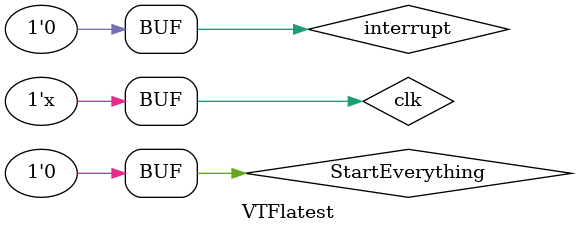
<source format=v>
`timescale 1ns / 1ps


module VTFlatest;

	// Inputs
	reg clk;
	reg StartEverything;
	reg interrupt;

	// Outputs
	wire [7:0] ACCout;
	wire coutRegout;
	wire zeroRegout;
	wire overflowRegout;
	wire StageComplete;
	wire [7:0] BusData;

	// Instantiate the Unit Under Test (UUT)
	topMod uut (
		.clk(clk), 
		.ACCout(ACCout), 
		.coutRegout(coutRegout), 
		.zeroRegout(zeroRegout), 
		.overflowRegout(overflowRegout), 
		.StageComplete(StageComplete), 
		.StartEverything(StartEverything), 
		.interrupt(interrupt), 
		.BusData(BusData)
	);

		initial begin
		// Initialize Inputs
		clk = 0;
		StartEverything = 0;
		interrupt = 0;

		// Wait 100 ns for global reset to finish
		#100;
        
		StartEverything = 1;
		#30;
		StartEverything = 0;
		#200;
		
	end
      
		always begin
		#10 clk =~clk;
		end
		
endmodule


</source>
